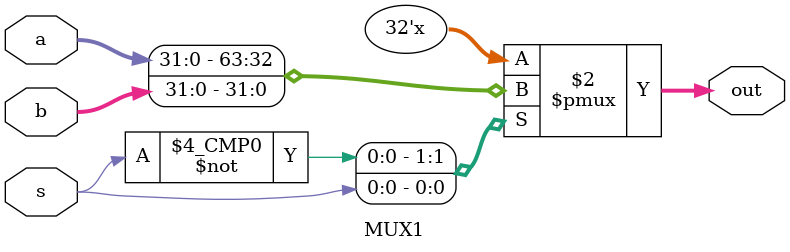
<source format=v>
module MUX1 (a,b,s,out);
input [31:0]a;
input [31:0]b;
input s;
output reg [31:0]out;
always @(*) begin 
case(s)
1'b0: out=a;
1'b1: out=b;
default out=a;
endcase
end
endmodule
</source>
